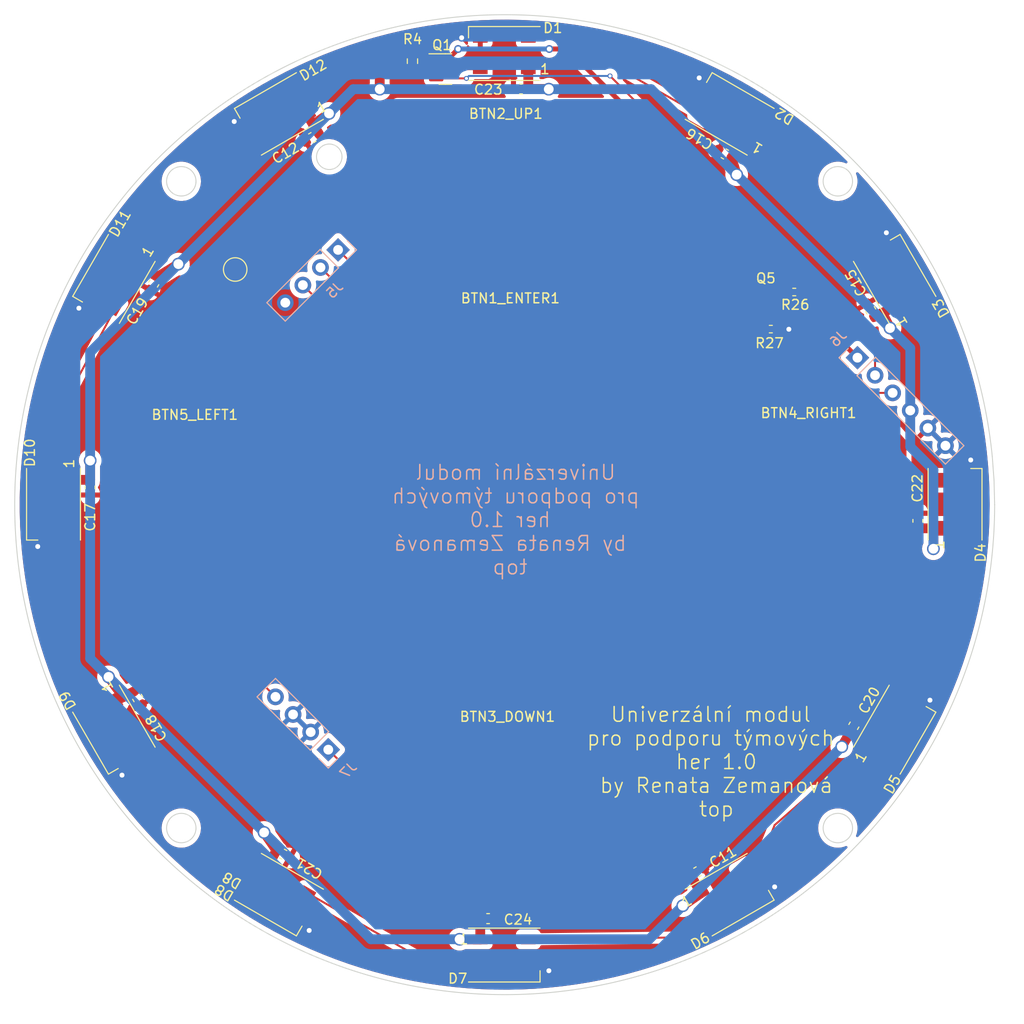
<source format=kicad_pcb>
(kicad_pcb (version 20211014) (generator pcbnew)
  (layers (0 "F.Cu" signal) (31 "B.Cu" signal) (34 "B.Paste" user) (35 "F.Paste" user) (36 "B.SilkS" user "B.Silkscreen") (37 "F.SilkS" user "F.Silkscreen") (38 "B.Mask" user) (39 "F.Mask" user) (44 "Edge.Cuts" user))
  (net 0 "")
  (net 1 "Board_0-3V3_T")
  (net 2 "Board_0-BTN_DOWN_T")
  (net 3 "Board_0-BTN_ENTER_T")
  (net 4 "Board_0-BTN_LEFT_T")
  (net 5 "Board_0-BTN_RIGHT_T")
  (net 6 "Board_0-BTN_UP_T")
  (net 7 "Board_0-DATA_LED_OUT")
  (net 8 "Board_0-DATA_LED_T")
  (net 9 "Board_0-GND_T")
  (net 10 "Board_0-GUARD_T")
  (net 11 "Board_0-Net-(D1-Pad2)")
  (net 12 "Board_0-Net-(D10-Pad2)")
  (net 13 "Board_0-Net-(D10-Pad4)")
  (net 14 "Board_0-Net-(D11-Pad2)")
  (net 15 "Board_0-Net-(D2-Pad2)")
  (net 16 "Board_0-Net-(D3-Pad2)")
  (net 17 "Board_0-Net-(D4-Pad2)")
  (net 18 "Board_0-Net-(D5-Pad2)")
  (net 19 "Board_0-Net-(D6-Pad2)")
  (net 20 "Board_0-Net-(D7-Pad2)")
  (net 21 "Board_0-Net-(D8-Pad2)")
  (net 22 "Board_0-Net-(Q5-Pad1)")
  (net 23 "Board_0-PHOTOTRANZISTOR_T")
  (net 24 "Board_0-PWR_LED_T")
  (net 25 "Board_0-unconnected-(D12-Pad2)")
  (footprint "LED_SMD:LED_WS2812B_PLCC4_5.0x5.0mm_P3.2mm" (layer "F.Cu") (at 194.452352 69.956176 90)
    (fp_text reference "D4" (at -4.95 2.6 90 unlocked) (layer "F.SilkS"))
    (fp_text value "WS2812B")
    (fp_text user "1" (at -4.149999 -1.600002 90 unlocked) (layer "F.SilkS"))
    (pad "1" smd rect (at -2.45 -1.6 90) (size 1.5 1) (layers "F.Cu" "F.Paste" "F.Mask") (net 24 "Board_0-PWR_LED_T"))
    (pad "2" smd rect (at -2.45 1.6 90) (size 1.5 1) (layers "F.Cu" "F.Paste" "F.Mask") (net 17 "Board_0-Net-(D4-Pad2)"))
    (pad "3" smd rect (at 2.45 1.6 90) (size 1.5 1) (layers "F.Cu" "F.Paste" "F.Mask") (net 9 "Board_0-GND_T"))
    (pad "4" smd rect (at 2.45 -1.6 90) (size 1.5 1) (layers "F.Cu" "F.Paste" "F.Mask") (net 16 "Board_0-Net-(D3-Pad2)"))
  )
  (footprint "Resistor_SMD:R_0402_1005Metric" (layer "F.Cu") (at 175.652352 52.081176)
    (fp_text reference "R27" (at -0.135 1.43 unlocked) (layer "F.SilkS"))
    (fp_text value "10k")
    (pad "1" smd roundrect (at -0.51 0) (size 0.54 0.64) (layers "F.Cu" "F.Paste" "F.Mask") (net 23 "Board_0-PHOTOTRANZISTOR_T"))
    (pad "2" smd roundrect (at 0.51 0) (size 0.54 0.64) (layers "F.Cu" "F.Paste" "F.Mask") (net 9 "Board_0-GND_T"))
  )
  (footprint "Resistor_SMD:R_0603_1608Metric" (layer "F.Cu") (at 139.082352 24.736176 -90)
    (fp_text reference "R4" (at -2.24 -0.01 unlocked) (layer "F.SilkS"))
    (fp_text value "10k")
    (pad "1" smd roundrect (at -0.825 0 270) (size 0.8 0.95) (layers "F.Cu" "F.Paste" "F.Mask") (net 24 "Board_0-PWR_LED_T"))
    (pad "2" smd roundrect (at 0.825 0 270) (size 0.8 0.95) (layers "F.Cu" "F.Paste" "F.Mask") (net 7 "Board_0-DATA_LED_OUT"))
  )
  (footprint "LED_SMD:LED_WS2812B_PLCC4_5.0x5.0mm_P3.2mm" (layer "F.Cu") (at 125.452351 30.119007 -150)
    (fp_text reference "D12" (at -5.258845 2.128585 30 unlocked) (layer "F.SilkS"))
    (fp_text value "WS2812B")
    (fp_text user "1" (at -4.149999 -1.600001 30 unlocked) (layer "F.SilkS"))
    (pad "1" smd rect (at -2.45 -1.6 210) (size 1.5 1) (layers "F.Cu" "F.Paste" "F.Mask") (net 24 "Board_0-PWR_LED_T"))
    (pad "2" smd rect (at -2.45 1.6 210) (size 1.5 1) (layers "F.Cu" "F.Paste" "F.Mask") (net 25 "Board_0-unconnected-(D12-Pad2)"))
    (pad "3" smd rect (at 2.45 1.6 210) (size 1.5 1) (layers "F.Cu" "F.Paste" "F.Mask") (net 9 "Board_0-GND_T"))
    (pad "4" smd rect (at 2.45 -1.6 210) (size 1.5 1) (layers "F.Cu" "F.Paste" "F.Mask") (net 14 "Board_0-Net-(D11-Pad2)"))
  )
  (footprint "Resistor_SMD:R_0402_1005Metric" (layer "F.Cu") (at 178.042352 48.296176 180)
    (fp_text reference "R26" (at -0.1 -1.3 unlocked) (layer "F.SilkS"))
    (fp_text value "22k")
    (pad "1" smd roundrect (at -0.51 0 180) (size 0.54 0.64) (layers "F.Cu" "F.Paste" "F.Mask") (net 1 "Board_0-3V3_T"))
    (pad "2" smd roundrect (at 0.51 0 180) (size 0.54 0.64) (layers "F.Cu" "F.Paste" "F.Mask") (net 22 "Board_0-Net-(Q5-Pad1)"))
  )
  (footprint "LED_SMD:LED_WS2812B_PLCC4_5.0x5.0mm_P3.2mm" (layer "F.Cu") (at 148.452352 115.956176)
    (fp_text reference "D7" (at -4.75 2.4 unlocked) (layer "F.SilkS"))
    (fp_text value "WS2812B")
    (fp_text user "1" (at -4.149999 -1.600002 unlocked) (layer "F.SilkS"))
    (pad "1" smd rect (at -2.45 -1.6) (size 1.5 1) (layers "F.Cu" "F.Paste" "F.Mask") (net 24 "Board_0-PWR_LED_T"))
    (pad "2" smd rect (at -2.45 1.6) (size 1.5 1) (layers "F.Cu" "F.Paste" "F.Mask") (net 20 "Board_0-Net-(D7-Pad2)"))
    (pad "3" smd rect (at 2.45 1.6) (size 1.5 1) (layers "F.Cu" "F.Paste" "F.Mask") (net 9 "Board_0-GND_T"))
    (pad "4" smd rect (at 2.45 -1.6) (size 1.5 1) (layers "F.Cu" "F.Paste" "F.Mask") (net 19 "Board_0-Net-(D6-Pad2)"))
  )
  (footprint "Capacitor_SMD:C_0603_1608Metric" (layer "F.Cu") (at 146.802352 112.236176)
    (fp_text reference "C24" (at 3.05 0.1 unlocked) (layer "F.SilkS"))
    (fp_text value "100n")
    (pad "1" smd roundrect (at -0.775 0) (size 0.9 0.95) (layers "F.Cu" "F.Paste" "F.Mask") (net 24 "Board_0-PWR_LED_T"))
    (pad "2" smd roundrect (at 0.775 0) (size 0.9 0.95) (layers "F.Cu" "F.Paste" "F.Mask") (net 9 "Board_0-GND_T"))
  )
  (footprint "Library:Cap_btn_1,6x1,6" (layer "F.Cu") (at 116.652352 70.196176)
    (fp_text reference "BTN5_LEFT1" (at 0.22 -9.37 unlocked) (layer "F.SilkS"))
    (fp_text value "Cap_btn")
    (pad "1" smd roundrect (at 0.84 -0.2) (size 16 16) (layers "F.Cu" "F.Paste" "F.Mask") (roundrect_rratio 0.3) (net 4 "Board_0-BTN_LEFT_T"))
  )
  (footprint "Library:Cap_btn_1,6x1,6" (layer "F.Cu") (at 147.632352 39.786176)
    (fp_text reference "BTN2_UP1" (at 0.98 -9.68 unlocked) (layer "F.SilkS"))
    (fp_text value "Cap_btn")
    (pad "1" smd roundrect (at 0.86 -0.79) (size 16 16) (layers "F.Cu" "F.Paste" "F.Mask") (roundrect_rratio 0.3) (net 6 "Board_0-BTN_UP_T"))
  )
  (footprint "LED_SMD:LED_WS2812B_PLCC4_5.0x5.0mm_P3.2mm" (layer "F.Cu") (at 125.452352 109.793344 -30)
    (fp_text reference "D8" (at -4.95 2.6 150 unlocked) (layer "F.SilkS"))
    (fp_text value "WS2812B")
    (fp_text user "${REFERENCE}" (at -4.890506 1.129395 150 unlocked) (layer "F.SilkS"))
    (pad "1" smd rect (at -2.45 -1.6 330) (size 1.5 1) (layers "F.Cu" "F.Paste" "F.Mask") (net 24 "Board_0-PWR_LED_T"))
    (pad "2" smd rect (at -2.45 1.6 330) (size 1.5 1) (layers "F.Cu" "F.Paste" "F.Mask") (net 21 "Board_0-Net-(D8-Pad2)"))
    (pad "3" smd rect (at 2.45 1.6 330) (size 1.5 1) (layers "F.Cu" "F.Paste" "F.Mask") (net 9 "Board_0-GND_T"))
    (pad "4" smd rect (at 2.45 -1.6 330) (size 1.5 1) (layers "F.Cu" "F.Paste" "F.Mask") (net 20 "Board_0-Net-(D7-Pad2)"))
  )
  (footprint "Capacitor_SMD:C_0603_1608Metric" (layer "F.Cu") (at 184.124852 92.557346 60)
    (fp_text reference "C20" (at 3.032769 0.07057 60 unlocked) (layer "F.SilkS"))
    (fp_text value "100n")
    (pad "1" smd roundrect (at -0.775 0 60) (size 0.9 0.95) (layers "F.Cu" "F.Paste" "F.Mask") (net 24 "Board_0-PWR_LED_T"))
    (pad "2" smd roundrect (at 0.775 0 60) (size 0.9 0.95) (layers "F.Cu" "F.Paste" "F.Mask") (net 9 "Board_0-GND_T"))
  )
  (footprint "Library:Cap_btn_1,6x1,6" (layer "F.Cu") (at 147.012352 101.196176)
    (fp_text reference "BTN3_DOWN1" (at 1.76 -9.56 unlocked) (layer "F.SilkS"))
    (fp_text value "Cap_btn")
    (pad "1" smd roundrect (at 1.48 -0.2) (size 16 16) (layers "F.Cu" "F.Paste" "F.Mask") (roundrect_rratio 0.3) (net 2 "Board_0-BTN_DOWN_T"))
  )
  (footprint "Capacitor_SMD:C_0603_1608Metric" (layer "F.Cu") (at 111.042352 89.726176 -60)
    (fp_text reference "C18" (at 3.595038 -0.106788 120 unlocked) (layer "F.SilkS"))
    (fp_text value "100n")
    (pad "1" smd roundrect (at -0.775 0 300) (size 0.9 0.95) (layers "F.Cu" "F.Paste" "F.Mask") (net 24 "Board_0-PWR_LED_T"))
    (pad "2" smd roundrect (at 0.775 0 300) (size 0.9 0.95) (layers "F.Cu" "F.Paste" "F.Mask") (net 9 "Board_0-GND_T"))
  )
  (footprint "Capacitor_SMD:C_0603_1608Metric" (layer "F.Cu") (at 125.882352 105.666176 -30)
    (fp_text reference "C21" (at 3.019967 -0.069263 150 unlocked) (layer "F.SilkS"))
    (fp_text value "100n")
    (pad "1" smd roundrect (at -0.775 0 330) (size 0.9 0.95) (layers "F.Cu" "F.Paste" "F.Mask") (net 24 "Board_0-PWR_LED_T"))
    (pad "2" smd roundrect (at 0.775 0 330) (size 0.9 0.95) (layers "F.Cu" "F.Paste" "F.Mask") (net 9 "Board_0-GND_T"))
  )
  (footprint "Capacitor_SMD:C_0603_1608Metric" (layer "F.Cu") (at 112.682352 47.416176 -120)
    (fp_text reference "C19" (at 3.305672 0.025593 60 unlocked) (layer "F.SilkS"))
    (fp_text value "100n")
    (pad "1" smd roundrect (at -0.775 0 240) (size 0.9 0.95) (layers "F.Cu" "F.Paste" "F.Mask") (net 24 "Board_0-PWR_LED_T"))
    (pad "2" smd roundrect (at 0.775 0 240) (size 0.9 0.95) (layers "F.Cu" "F.Paste" "F.Mask") (net 9 "Board_0-GND_T"))
  )
  (footprint "Capacitor_SMD:C_0603_1608Metric" (layer "F.Cu") (at 185.842352 50.156176 120)
    (fp_text reference "C15" (at 3.174871 0.100962 120 unlocked) (layer "F.SilkS"))
    (fp_text value "100n")
    (pad "1" smd roundrect (at -0.775 0 120) (size 0.9 0.95) (layers "F.Cu" "F.Paste" "F.Mask") (net 24 "Board_0-PWR_LED_T"))
    (pad "2" smd roundrect (at 0.775 0 120) (size 0.9 0.95) (layers "F.Cu" "F.Paste" "F.Mask") (net 9 "Board_0-GND_T"))
  )
  (footprint "TestPoint:TestPoint_Pad_D2.0mm" (layer "F.Cu") (at 120.992352 45.996176)
    (fp_text reference "TP1" hide)
    (fp_text value "TestPoint")
    (pad "1" smd circle (at 0 0) (size 2 2) (layers "F.Cu" "F.Mask") (net 10 "Board_0-GUARD_T"))
  )
  (footprint "Capacitor_SMD:C_0603_1608Metric" (layer "F.Cu") (at 150.162352 27.576176 180)
    (fp_text reference "C23" (at 3.34 -0.06 unlocked) (layer "F.SilkS"))
    (fp_text value "100n")
    (pad "1" smd roundrect (at -0.775 0 180) (size 0.9 0.95) (layers "F.Cu" "F.Paste" "F.Mask") (net 24 "Board_0-PWR_LED_T"))
    (pad "2" smd roundrect (at 0.775 0 180) (size 0.9 0.95) (layers "F.Cu" "F.Paste" "F.Mask") (net 9 "Board_0-GND_T"))
  )
  (footprint "LED_SMD:LED_WS2812B_PLCC4_5.0x5.0mm_P3.2mm" (layer "F.Cu") (at 171.452352 109.793344 30)
    (fp_text reference "D6" (at -4.95 2.6 30 unlocked) (layer "F.SilkS"))
    (fp_text value "WS2812B")
    (fp_text user "1" (at -4.149999 -1.600002 30 unlocked) (layer "F.SilkS"))
    (pad "1" smd rect (at -2.45 -1.6 30) (size 1.5 1) (layers "F.Cu" "F.Paste" "F.Mask") (net 24 "Board_0-PWR_LED_T"))
    (pad "2" smd rect (at -2.45 1.6 30) (size 1.5 1) (layers "F.Cu" "F.Paste" "F.Mask") (net 19 "Board_0-Net-(D6-Pad2)"))
    (pad "3" smd rect (at 2.45 1.6 30) (size 1.5 1) (layers "F.Cu" "F.Paste" "F.Mask") (net 9 "Board_0-GND_T"))
    (pad "4" smd rect (at 2.45 -1.6 30) (size 1.5 1) (layers "F.Cu" "F.Paste" "F.Mask") (net 18 "Board_0-Net-(D5-Pad2)"))
  )
  (footprint "Capacitor_SMD:C_0603_1608Metric" (layer "F.Cu") (at 168.162352 107.466176 30)
    (fp_text reference "C11" (at 3.001666 0.000962 30 unlocked) (layer "F.SilkS"))
    (fp_text value "100n")
    (pad "1" smd roundrect (at -0.775 0 30) (size 0.9 0.95) (layers "F.Cu" "F.Paste" "F.Mask") (net 24 "Board_0-PWR_LED_T"))
    (pad "2" smd roundrect (at 0.775 0 30) (size 0.9 0.95) (layers "F.Cu" "F.Paste" "F.Mask") (net 9 "Board_0-GND_T"))
  )
  (footprint "LED_SMD:LED_WS2812B_PLCC4_5.0x5.0mm_P3.2mm" (layer "F.Cu") (at 188.28952 92.956175 60)
    (fp_text reference "D5" (at -4.949999 2.6 60 unlocked) (layer "F.SilkS"))
    (fp_text value "WS2812B")
    (fp_text user "1" (at -4.149999 -1.600002 60 unlocked) (layer "F.SilkS"))
    (pad "1" smd rect (at -2.45 -1.6 60) (size 1.5 1) (layers "F.Cu" "F.Paste" "F.Mask") (net 24 "Board_0-PWR_LED_T"))
    (pad "2" smd rect (at -2.45 1.6 60) (size 1.5 1) (layers "F.Cu" "F.Paste" "F.Mask") (net 18 "Board_0-Net-(D5-Pad2)"))
    (pad "3" smd rect (at 2.45 1.6 60) (size 1.5 1) (layers "F.Cu" "F.Paste" "F.Mask") (net 9 "Board_0-GND_T"))
    (pad "4" smd rect (at 2.45 -1.6 60) (size 1.5 1) (layers "F.Cu" "F.Paste" "F.Mask") (net 17 "Board_0-Net-(D4-Pad2)"))
  )
  (footprint "Capacitor_SMD:C_0603_1608Metric" (layer "F.Cu") (at 106.192352 68.236176 -90)
    (fp_text reference "C17" (at 3.048 0 90 unlocked) (layer "F.SilkS"))
    (fp_text value "100n")
    (pad "1" smd roundrect (at -0.775 0 270) (size 0.9 0.95) (layers "F.Cu" "F.Paste" "F.Mask") (net 24 "Board_0-PWR_LED_T"))
    (pad "2" smd roundrect (at 0.775 0 270) (size 0.9 0.95) (layers "F.Cu" "F.Paste" "F.Mask") (net 9 "Board_0-GND_T"))
  )
  (footprint "Capacitor_SMD:C_0603_1608Metric" (layer "F.Cu") (at 170.962352 34.206176 150)
    (fp_text reference "C16" (at 3.026666 0.042339 150 unlocked) (layer "F.SilkS"))
    (fp_text value "100n")
    (pad "1" smd roundrect (at -0.775 0 150) (size 0.9 0.95) (layers "F.Cu" "F.Paste" "F.Mask") (net 24 "Board_0-PWR_LED_T"))
    (pad "2" smd roundrect (at 0.775 0 150) (size 0.9 0.95) (layers "F.Cu" "F.Paste" "F.Mask") (net 9 "Board_0-GND_T"))
  )
  (footprint "Library:Cap_btn_1,6x1,6" (layer "F.Cu") (at 178.022352 71.116176)
    (fp_text reference "BTN4_RIGHT1" (at 1.48 -10.47 unlocked) (layer "F.SilkS"))
    (fp_text value "Cap_btn")
    (pad "1" smd roundrect (at 1.47 -1.12) (size 16 16) (layers "F.Cu" "F.Paste" "F.Mask") (roundrect_rratio 0.3) (net 5 "Board_0-BTN_RIGHT_T"))
  )
  (footprint "Capacitor_SMD:C_0603_1608Metric" (layer "F.Cu") (at 190.662352 71.646176 90)
    (fp_text reference "C22" (at 3.325 -0.05 90 unlocked) (layer "F.SilkS"))
    (fp_text value "100n")
    (pad "1" smd roundrect (at -0.775 0 90) (size 0.9 0.95) (layers "F.Cu" "F.Paste" "F.Mask") (net 24 "Board_0-PWR_LED_T"))
    (pad "2" smd roundrect (at 0.775 0 90) (size 0.9 0.95) (layers "F.Cu" "F.Paste" "F.Mask") (net 9 "Board_0-GND_T"))
  )
  (footprint "Package_TO_SOT_SMD:SOT-23" (layer "F.Cu") (at 142.442352 25.546176)
    (fp_text reference "Q1" (at -0.35 -2.45 unlocked) (layer "F.SilkS"))
    (fp_text value "Q_NMOS_GSD")
    (pad "1" smd roundrect (at -0.9375 -0.95) (size 1.475 0.6) (layers "F.Cu" "F.Paste" "F.Mask") (net 1 "Board_0-3V3_T"))
    (pad "2" smd roundrect (at -0.9375 0.95) (size 1.475 0.6) (layers "F.Cu" "F.Paste" "F.Mask") (net 8 "Board_0-DATA_LED_T"))
    (pad "3" smd roundrect (at 0.9375 0) (size 1.475 0.6) (layers "F.Cu" "F.Paste" "F.Mask") (net 7 "Board_0-DATA_LED_OUT"))
  )
  (footprint "LED_SMD:LED_WS2812B_PLCC4_5.0x5.0mm_P3.2mm" (layer "F.Cu") (at 171.452352 30.119007 150)
    (fp_text reference "D2" (at -4.949999 2.6 150 unlocked) (layer "F.SilkS"))
    (fp_text value "WS2812B")
    (fp_text user "1" (at -4.149998 -1.600002 150 unlocked) (layer "F.SilkS"))
    (pad "1" smd rect (at -2.45 -1.6 150) (size 1.5 1) (layers "F.Cu" "F.Paste" "F.Mask") (net 24 "Board_0-PWR_LED_T"))
    (pad "2" smd rect (at -2.45 1.6 150) (size 1.5 1) (layers "F.Cu" "F.Paste" "F.Mask") (net 15 "Board_0-Net-(D2-Pad2)"))
    (pad "3" smd rect (at 2.45 1.6 150) (size 1.5 1) (layers "F.Cu" "F.Paste" "F.Mask") (net 9 "Board_0-GND_T"))
    (pad "4" smd rect (at 2.45 -1.6 150) (size 1.5 1) (layers "F.Cu" "F.Paste" "F.Mask") (net 11 "Board_0-Net-(D1-Pad2)"))
  )
  (footprint "Library:Cap_btn_4x4" (layer "F.Cu") (at 148.372352 69.086176)
    (fp_text reference "BTN1_ENTER1" (at 0.7 -20.15 unlocked) (layer "F.SilkS"))
    (fp_text value "Cap_btn")
    (pad "1" smd roundrect (at 0.12 0.91) (size 40 40) (layers "F.Cu" "F.Paste" "F.Mask") (roundrect_rratio 0.3) (net 3 "Board_0-BTN_ENTER_T"))
  )
  (footprint "LED_SMD:LED_WS2812B_PLCC4_5.0x5.0mm_P3.2mm" (layer "F.Cu") (at 102.452352 69.956176 -90)
    (fp_text reference "D10" (at -5.26 2.41 90 unlocked) (layer "F.SilkS"))
    (fp_text value "WS2812B")
    (fp_text user "1" (at -4.149999 -1.600002 90 unlocked) (layer "F.SilkS"))
    (pad "1" smd rect (at -2.45 -1.6 270) (size 1.5 1) (layers "F.Cu" "F.Paste" "F.Mask") (net 24 "Board_0-PWR_LED_T"))
    (pad "2" smd rect (at -2.45 1.6 270) (size 1.5 1) (layers "F.Cu" "F.Paste" "F.Mask") (net 12 "Board_0-Net-(D10-Pad2)"))
    (pad "3" smd rect (at 2.45 1.6 270) (size 1.5 1) (layers "F.Cu" "F.Paste" "F.Mask") (net 9 "Board_0-GND_T"))
    (pad "4" smd rect (at 2.45 -1.6 270) (size 1.5 1) (layers "F.Cu" "F.Paste" "F.Mask") (net 13 "Board_0-Net-(D10-Pad4)"))
  )
  (footprint "LED_SMD:LED_WS2812B_PLCC4_5.0x5.0mm_P3.2mm" (layer "F.Cu") (at 188.28952 46.956176 120)
    (fp_text reference "D3" (at -4.949999 2.6 120 unlocked) (layer "F.SilkS"))
    (fp_text value "WS2812B")
    (fp_text user "1" (at -4.149998 -1.600002 120 unlocked) (layer "F.SilkS"))
    (pad "1" smd rect (at -2.45 -1.6 120) (size 1.5 1) (layers "F.Cu" "F.Paste" "F.Mask") (net 24 "Board_0-PWR_LED_T"))
    (pad "2" smd rect (at -2.45 1.6 120) (size 1.5 1) (layers "F.Cu" "F.Paste" "F.Mask") (net 16 "Board_0-Net-(D3-Pad2)"))
    (pad "3" smd rect (at 2.45 1.6 120) (size 1.5 1) (layers "F.Cu" "F.Paste" "F.Mask") (net 9 "Board_0-GND_T"))
    (pad "4" smd rect (at 2.45 -1.6 120) (size 1.5 1) (layers "F.Cu" "F.Paste" "F.Mask") (net 15 "Board_0-Net-(D2-Pad2)"))
  )
  (footprint "Capacitor_SMD:C_0603_1608Metric" (layer "F.Cu") (at 128.862352 32.536176 -150)
    (fp_text reference "C12" (at 3.159249 -0.01198 30 unlocked) (layer "F.SilkS"))
    (fp_text value "100n")
    (pad "1" smd roundrect (at -0.775 0 210) (size 0.9 0.95) (layers "F.Cu" "F.Paste" "F.Mask") (net 24 "Board_0-PWR_LED_T"))
    (pad "2" smd roundrect (at 0.775 0 210) (size 0.9 0.95) (layers "F.Cu" "F.Paste" "F.Mask") (net 9 "Board_0-GND_T"))
  )
  (footprint "Library:SMD,3.5x2.8x1.9mm" (layer "F.Cu") (at 175.122352 49.786176 -90)
    (fp_text reference "Q5" (at -2.89 -0.02 unlocked) (layer "F.SilkS"))
    (fp_text value "Q_Photo_NPN")
    (pad "1" smd rect (at -1.5 0 270) (size 1 2.1) (layers "F.Cu" "F.Paste" "F.Mask") (net 22 "Board_0-Net-(Q5-Pad1)"))
    (pad "2" smd rect (at 1 0 270) (size 1 2.1) (layers "F.Cu" "F.Paste" "F.Mask") (net 23 "Board_0-PHOTOTRANZISTOR_T"))
  )
  (footprint "LED_SMD:LED_WS2812B_PLCC4_5.0x5.0mm_P3.2mm" (layer "F.Cu") (at 148.452352 23.956176 180)
    (fp_text reference "D1" (at -4.95 2.6 unlocked) (layer "F.SilkS"))
    (fp_text value "WS2812B")
    (fp_text user "1" (at -4.149999 -1.600002 unlocked) (layer "F.SilkS"))
    (pad "1" smd rect (at -2.45 -1.6 180) (size 1.5 1) (layers "F.Cu" "F.Paste" "F.Mask") (net 24 "Board_0-PWR_LED_T"))
    (pad "2" smd rect (at -2.45 1.6 180) (size 1.5 1) (layers "F.Cu" "F.Paste" "F.Mask") (net 11 "Board_0-Net-(D1-Pad2)"))
    (pad "3" smd rect (at 2.45 1.6 180) (size 1.5 1) (layers "F.Cu" "F.Paste" "F.Mask") (net 9 "Board_0-GND_T"))
    (pad "4" smd rect (at 2.45 -1.6 180) (size 1.5 1) (layers "F.Cu" "F.Paste" "F.Mask") (net 7 "Board_0-DATA_LED_OUT"))
  )
  (footprint "LED_SMD:LED_WS2812B_PLCC4_5.0x5.0mm_P3.2mm" (layer "F.Cu") (at 108.615183 92.956176 -60)
    (fp_text reference "D9" (at -4.950001 2.600001 120 unlocked) (layer "F.SilkS"))
    (fp_text value "WS2812B")
    (fp_text user "1" (at -4.15 -1.600001 120 unlocked) (layer "F.SilkS"))
    (pad "1" smd rect (at -2.45 -1.6 300) (size 1.5 1) (layers "F.Cu" "F.Paste" "F.Mask") (net 24 "Board_0-PWR_LED_T"))
    (pad "2" smd rect (at -2.45 1.6 300) (size 1.5 1) (layers "F.Cu" "F.Paste" "F.Mask") (net 13 "Board_0-Net-(D10-Pad4)"))
    (pad "3" smd rect (at 2.45 1.6 300) (size 1.5 1) (layers "F.Cu" "F.Paste" "F.Mask") (net 9 "Board_0-GND_T"))
    (pad "4" smd rect (at 2.45 -1.6 300) (size 1.5 1) (layers "F.Cu" "F.Paste" "F.Mask") (net 21 "Board_0-Net-(D8-Pad2)"))
  )
  (footprint "LED_SMD:LED_WS2812B_PLCC4_5.0x5.0mm_P3.2mm" (layer "F.Cu") (at 108.615183 46.956176 -120)
    (fp_text reference "D11" (at -5.215288 2.286856 60 unlocked) (layer "F.SilkS"))
    (fp_text value "WS2812B")
    (fp_text user "1" (at -4.149999 -1.600001 60 unlocked) (layer "F.SilkS"))
    (pad "1" smd rect (at -2.45 -1.6 240) (size 1.5 1) (layers "F.Cu" "F.Paste" "F.Mask") (net 24 "Board_0-PWR_LED_T"))
    (pad "2" smd rect (at -2.45 1.6 240) (size 1.5 1) (layers "F.Cu" "F.Paste" "F.Mask") (net 14 "Board_0-Net-(D11-Pad2)"))
    (pad "3" smd rect (at 2.45 1.6 240) (size 1.5 1) (layers "F.Cu" "F.Paste" "F.Mask") (net 9 "Board_0-GND_T"))
    (pad "4" smd rect (at 2.45 -1.6 240) (size 1.5 1) (layers "F.Cu" "F.Paste" "F.Mask") (net 12 "Board_0-Net-(D10-Pad2)"))
  )
  (footprint "Connector_PinHeader_2.54mm:PinHeader_1x04_P2.54mm_Vertical" (layer "B.Cu") (at 130.492352 94.996176 45)
    (fp_text reference "J7" (at -0.035355 2.934493 45 unlocked) (layer "B.SilkS") (effects (justify mirror)))
    (fp_text value "Conn_01x04_Female")
    (pad "1" thru_hole rect (at 0 0 45) (size 1.7 1.7) (drill 1) (layers *.Cu *.Mask) (net 2 "Board_0-BTN_DOWN_T"))
    (pad "2" thru_hole oval (at 0 -2.54 45) (size 1.7 1.7) (drill 1) (layers *.Cu *.Mask) (net 9 "Board_0-GND_T"))
    (pad "3" thru_hole oval (at 0 -5.08 45) (size 1.7 1.7) (drill 1) (layers *.Cu *.Mask) (net 9 "Board_0-GND_T"))
    (pad "4" thru_hole oval (at 0 -7.62 45) (size 1.7 1.7) (drill 1) (layers *.Cu *.Mask) (net 4 "Board_0-BTN_LEFT_T"))
  )
  (footprint "Connector_PinSocket_2.54mm:PinSocket_1x06_P2.54mm_Vertical" (layer "B.Cu") (at 184.492352 54.996176 -135)
    (fp_text reference "J6" (at 0 2.77 45 unlocked) (layer "B.SilkS") (effects (justify mirror)))
    (fp_text value "Conn_01x06_Female")
    (pad "1" thru_hole rect (at 0 0 225) (size 1.7 1.7) (drill 1) (layers *.Cu *.Mask) (net 1 "Board_0-3V3_T"))
    (pad "2" thru_hole oval (at 0 -2.54 225) (size 1.7 1.7) (drill 1) (layers *.Cu *.Mask) (net 8 "Board_0-DATA_LED_T"))
    (pad "3" thru_hole oval (at 0 -5.08 225) (size 1.7 1.7) (drill 1) (layers *.Cu *.Mask) (net 23 "Board_0-PHOTOTRANZISTOR_T"))
    (pad "4" thru_hole oval (at 0 -7.62 225) (size 1.7 1.7) (drill 1) (layers *.Cu *.Mask) (net 24 "Board_0-PWR_LED_T"))
    (pad "5" thru_hole oval (at 0 -10.16 225) (size 1.7 1.7) (drill 1) (layers *.Cu *.Mask) (net 9 "Board_0-GND_T"))
    (pad "6" thru_hole oval (at 0 -12.7 225) (size 1.7 1.7) (drill 1) (layers *.Cu *.Mask) (net 9 "Board_0-GND_T"))
  )
  (footprint "Connector_PinHeader_2.54mm:PinHeader_1x04_P2.54mm_Vertical" (layer "B.Cu") (at 131.492352 43.996176 135)
    (fp_text reference "J5" (at -2.65165 -3.146625 45 unlocked) (layer "B.SilkS") (effects (justify mirror)))
    (fp_text value "Conn_01x04_Female")
    (pad "1" thru_hole rect (at 0 0 135) (size 1.7 1.7) (drill 1) (layers *.Cu *.Mask) (net 6 "Board_0-BTN_UP_T"))
    (pad "2" thru_hole oval (at 0 -2.54 135) (size 1.7 1.7) (drill 1) (layers *.Cu *.Mask) (net 5 "Board_0-BTN_RIGHT_T"))
    (pad "3" thru_hole oval (at 0 -5.08 135) (size 1.7 1.7) (drill 1) (layers *.Cu *.Mask) (net 3 "Board_0-BTN_ENTER_T"))
    (pad "4" thru_hole oval (at 0 -7.62 135) (size 1.7 1.7) (drill 1) (layers *.Cu *.Mask) (net 10 "Board_0-GUARD_T"))
  )
  (gr_line (start 183.985014 37.144355) (end 183.990516 37.070356) (layer "Edge.Cuts") (width 0.1))
  (gr_line (start 116.985014 103.144355) (end 116.990516 103.070356) (layer "Edge.Cuts") (width 0.1))
  (gr_line (start 183.985014 103.144355) (end 183.990516 103.070356) (layer "Edge.Cuts") (width 0.1))
  (gr_line (start 116.990516 37.070356) (end 116.992352 36.996176) (layer "Edge.Cuts") (width 0.1))
  (gr_arc (start 198.492352 69.996175) (mid 98.62997 73.703313) (end 198.247784 65.056855) (layer "Edge.Cuts") (width 0.1))
  (gr_line (start 198.247784 65.056855) (end 198.431172 67.52349) (layer "Edge.Cuts") (width 0.1))
  (gr_arc (start 183.985014 37.144355) (mid 180.994285 36.922044) (end 183.992352 36.996176) (layer "Edge.Cuts") (width 0.1))
  (gr_line (start 183.992352 102.996176) (end 183.992352 102.996176) (layer "Edge.Cuts") (width 0.1))
  (gr_line (start 198.492352 69.996175) (end 198.492352 69.996175) (layer "Edge.Cuts") (width 0.1))
  (gr_line (start 131.890761 34.560465) (end 131.892352 34.496176) (layer "Edge.Cuts") (width 0.1))
  (gr_line (start 131.885993 34.624598) (end 131.890761 34.560465) (layer "Edge.Cuts") (width 0.1))
  (gr_line (start 116.992352 36.996176) (end 116.992352 36.996176) (layer "Edge.Cuts") (width 0.1))
  (gr_line (start 183.990516 103.070356) (end 183.992352 102.996176) (layer "Edge.Cuts") (width 0.1))
  (gr_line (start 198.431172 67.52349) (end 198.492352 69.996175) (layer "Edge.Cuts") (width 0.1))
  (gr_arc (start 116.985014 103.144355) (mid 113.994285 102.922044) (end 116.992352 102.996176) (layer "Edge.Cuts") (width 0.1))
  (gr_line (start 131.892352 34.496176) (end 131.892352 34.496176) (layer "Edge.Cuts") (width 0.1))
  (gr_arc (start 131.885993 34.624598) (mid 129.29404 34.431934) (end 131.892352 34.496176) (layer "Edge.Cuts") (width 0.1))
  (gr_line (start 183.990516 37.070356) (end 183.992352 36.996176) (layer "Edge.Cuts") (width 0.1))
  (gr_line (start 183.992352 36.996176) (end 183.992352 36.996176) (layer "Edge.Cuts") (width 0.1))
  (gr_line (start 116.992352 102.996176) (end 116.992352 102.996176) (layer "Edge.Cuts") (width 0.1))
  (gr_arc (start 116.985014 37.144355) (mid 113.994285 36.922044) (end 116.992352 36.996176) (layer "Edge.Cuts") (width 0.1))
  (gr_arc (start 183.985014 103.144355) (mid 180.994285 102.922044) (end 183.992352 102.996176) (layer "Edge.Cuts") (width 0.1))
  (gr_line (start 116.985014 37.144355) (end 116.990516 37.070356) (layer "Edge.Cuts") (width 0.1))
  (gr_line (start 116.990516 103.070356) (end 116.992352 102.996176) (layer "Edge.Cuts") (width 0.1))
  (gr_text "Univerzální modul \npro podporu týmových \nher 1.0\nby Renata Zemanová\ntop\n\n" (at 149.042352 72.746176) (layer "B.SilkS") (effects (font (size 1.5 1.5)) (justify mirror)))
  (gr_text "Univerzální modul \npro podporu týmových \nher 1.0\nby Renata Zemanová\ntop\n\n" (at 170.092352 97.446176) (layer "F.SilkS") (effects (font (size 1.5 1.5))))
  (segment (start 178.552352 49.056176) (end 178.552352 48.296176) (width 0.5) (layer "F.Cu") (net 1))
  (segment (start 154.892352 23.496176) (end 153.042352 23.496176) (width 0.5) (layer "F.Cu") (net 1))
  (segment (start 178.552352 48.296176) (end 178.552352 47.156176) (width 0.5) (layer "F.Cu") (net 1))
  (segment (start 159.942352 28.546176) (end 158.767352 27.371176) (width 0.5) (layer "F.Cu") (net 1))
  (segment (start 158.767352 27.371176) (end 156.892352 25.496176) (width 0.5) (layer "F.Cu") (net 1))
  (segment (start 142.642352 24.596176) (end 141.504852 24.596176) (width 0.5) (layer "F.Cu") (net 1))
  (segment (start 176.492352 45.096176) (end 159.942352 28.546176) (width 0.5) (layer "F.Cu") (net 1))
  (segment (start 143.742352 23.496176) (end 142.642352 24.596176) (width 0.5) (layer "F.Cu") (net 1))
  (segment (start 156.892352 25.496176) (end 154.892352 23.496176) (width 0.5) (layer "F.Cu") (net 1))
  (segment (start 178.552352 47.156176) (end 176.492352 45.096176) (width 0.5) (layer "F.Cu") (net 1))
  (segment (start 184.492352 54.996176) (end 178.552352 49.056176) (width 0.5) (layer "F.Cu") (net 1))
  (via (at 153.042352 23.496176) (size 0.8) (drill 0.5) (layers "F.Cu" "B.Cu") (net 1))
  (via (at 143.742352 23.496176) (size 0.8) (drill 0.5) (layers "F.Cu" "B.Cu") (net 1))
  (segment (start 153.042352 23.496176) (end 143.742352 23.496176) (width 0.5) (layer "B.Cu") (net 1))
  (segment (start 130.492352 94.996176) (end 136.492352 100.996176) (width 0.2) (layer "F.Cu") (net 2))
  (segment (start 136.492352 100.996176) (end 138.992352 100.996176) (width 0.2) (layer "F.Cu") (net 2))
  (segment (start 148.492352 100.996176) (end 138.992352 100.996176) (width 0.2) (layer "F.Cu") (net 2))
  (segment (start 129.058148 48.746176) (end 127.90025 47.588278) (width 0.2) (layer "F.Cu") (net 3))
  (segment (start 148.492352 69.996176) (end 148.492352 49.296176) (width 0.2) (layer "F.Cu") (net 3))
  (segment (start 148.492352 49.296176) (end 147.942352 48.746176) (width 0.2) (layer "F.Cu") (net 3))
  (segment (start 147.942352 48.746176) (end 129.058148 48.746176) (width 0.2) (layer "F.Cu") (net 3))
  (segment (start 125.104198 89.608022) (end 117.492352 81.996176) (width 0.2) (layer "F.Cu") (net 4))
  (segment (start 117.492352 69.996176) (end 117.492352 79.396176) (width 0.2) (layer "F.Cu") (net 4))
  (segment (start 117.492352 81.996176) (end 117.492352 79.396176) (width 0.2) (layer "F.Cu") (net 4))
  (segment (start 131.90025 47.996176) (end 129.696301 45.792227) (width 0.2) (layer "F.Cu") (net 5))
  (segment (start 162.952352 47.996176) (end 131.90025 47.996176) (width 0.2) (layer "F.Cu") (net 5))
  (segment (start 179.492352 69.996176) (end 170.652352 69.996176) (width 0.2) (layer "F.Cu") (net 5))
  (segment (start 169.942352 69.286176) (end 169.942352 54.986176) (width 0.2) (layer "F.Cu") (net 5))
  (segment (start 169.942352 54.986176) (end 162.952352 47.996176) (width 0.2) (layer "F.Cu") (net 5))
  (segment (start 170.652352 69.996176) (end 169.942352 69.286176) (width 0.2) (layer "F.Cu") (net 5))
  (segment (start 139.592352 46.196176) (end 138.492352 47.296176) (width 0.2) (layer "F.Cu") (net 6))
  (segment (start 140.242352 38.996176) (end 139.592352 39.646176) (width 0.2) (layer "F.Cu") (net 6))
  (segment (start 139.592352 39.646176) (end 139.592352 46.196176) (width 0.2) (layer "F.Cu") (net 6))
  (segment (start 148.492352 38.996176) (end 140.242352 38.996176) (width 0.2) (layer "F.Cu") (net 6))
  (segment (start 138.492352 47.296176) (end 134.792352 47.296176) (width 0.2) (layer "F.Cu") (net 6))
  (segment (start 134.792352 47.296176) (end 131.492352 43.996176) (width 0.2) (layer "F.Cu") (net 6))
  (segment (start 143.389852 25.556176) (end 143.379852 25.546176) (width 0.2) (layer "F.Cu") (net 7))
  (segment (start 146.002352 25.556176) (end 143.389852 25.556176) (width 0.2) (layer "F.Cu") (net 7))
  (segment (start 139.082352 25.561176) (end 143.364852 25.561176) (width 0.5) (layer "F.Cu") (net 7))
  (segment (start 143.364852 25.561176) (end 143.379852 25.546176) (width 0.5) (layer "F.Cu") (net 7))
  (segment (start 144.592352 26.496176) (end 141.504852 26.496176) (width 0.2) (layer "F.Cu") (net 8))
  (segment (start 159.242352 26.246176) (end 186.288403 53.292227) (width 0.2) (layer "F.Cu") (net 8))
  (segment (start 186.288403 53.292227) (end 186.288403 56.792227) (width 0.2) (layer "F.Cu") (net 8))
  (via (at 159.242352 26.246176) (size 0.5) (drill 0.3) (layers "F.Cu" "B.Cu") (net 8))
  (via (at 144.592352 26.496176) (size 0.5) (drill 0.3) (layers "F.Cu" "B.Cu") (net 8))
  (segment (start 144.842352 26.246176) (end 144.592352 26.496176) (width 0.2) (layer "B.Cu") (net 8))
  (segment (start 159.242352 26.246176) (end 144.842352 26.246176) (width 0.2) (layer "B.Cu") (net 8))
  (segment (start 122.530589 29.958366) (end 120.892352 30.896176) (width 0.5) (layer "F.Cu") (net 9))
  (segment (start 124.542352 109.346176) (end 125.042352 111.396176) (width 0.5) (layer "F.Cu") (net 9))
  (segment (start 107.242352 46.246176) (end 106.004542 48.277938) (width 0.5) (layer "F.Cu") (net 9))
  (segment (start 149.387352 27.576176) (end 149.387352 23.381176) (width 0.5) (layer "F.Cu") (net 9))
  (segment (start 100.852352 74.256176) (end 100.842352 74.266176) (width 0.5) (layer "F.Cu") (net 9))
  (segment (start 107.642352 94.396176) (end 108.454542 95.877938) (width 0.5) (layer "F.Cu") (net 9))
  (segment (start 168.833522 107.078676) (end 170.592352 110.246176) (width 0.5) (layer "F.Cu") (net 9))
  (segment (start 126.553522 106.053676) (end 124.542352 109.346176) (width 0.5) (layer "F.Cu") (net 9))
  (segment (start 194.647352 70.871176) (end 196.052352 69.466176) (width 0.5) (layer "F.Cu") (net 9))
  (segment (start 196.052352 67.506176) (end 196.052352 65.436176) (width 0.5) (layer "F.Cu") (net 9))
  (segment (start 100.852352 69.926176) (end 100.852352 72.406176) (width 0.5) (layer "F.Cu") (net 9))
  (segment (start 176.162352 52.081176) (end 177.477352 52.081176) (width 0.5) (layer "F.Cu") (net 9))
  (segment (start 112.294852 48.087346) (end 108.842352 46.046176) (width 0.5) (layer "F.Cu") (net 9))
  (segment (start 190.042352 92.946176) (end 190.900161 91.634413) (width 0.5) (layer "F.Cu") (net 9))
  (segment (start 108.142352 92.246176) (end 107.642352 94.396176) (width 0.5) (layer "F.Cu") (net 9))
  (segment (start 190.900161 91.634413) (end 191.892352 89.946176) (width 0.5) (layer "F.Cu") (net 9))
  (segment (start 125.042352 111.396176) (end 126.774114 112.403985) (width 0.5) (layer "F.Cu") (net 9))
  (segment (start 108.454542 95.877938) (end 109.442352 97.596176) (width 0.5) (layer "F.Cu") (net 9))
  (segment (start 189.242352 45.546176) (end 188.450161 44.034414) (width 0.5) (layer "F.Cu") (net 9))
  (segment (start 189.092352 47.246176) (end 189.242352 45.546176) (width 0.5) (layer "F.Cu") (net 9))
  (segment (start 106.004542 48.277938) (end 105.042352 49.946176) (width 0.5) (layer "F.Cu") (net 9))
  (segment (start 144.112352 22.356176) (end 144.102352 22.346176) (width 0.5) (layer "F.Cu") (net 9))
  (segment (start 174.374114 109.953985) (end 176.042352 108.996176) (width 0.5) (layer "F.Cu") (net 9))
  (segment (start 185.454852 49.485006) (end 189.092352 47.246176) (width 0.5) (layer "F.Cu") (net 9))
  (segment (start 190.662352 70.871176) (end 194.647352 70.871176) (width 0.5) (layer "F.Cu") (net 9))
  (segment (start 188.450161 44.034414) (end 187.442352 42.246176) (width 0.5) (layer "F.Cu") (net 9))
  (segment (start 172.742352 110.846176) (end 174.374114 109.953985) (width 0.5) (layer "F.Cu") (net 9))
  (segment (start 128.191182 32.923676) (end 126.342352 29.696176) (width 0.5) (layer "F.Cu") (net 9))
  (segment (start 170.13059 27.508366) (end 168.342352 26.446176) (width 0.5) (layer "F.Cu") (net 9))
  (segment (start 172.042352 28.646176) (end 170.13059 27.508366) (width 0.5) (layer "F.Cu") (net 9))
  (segment (start 100.852352 72.406176) (end 100.852352 74.256176) (width 0.5) (layer "F.Cu") (net 9))
  (segment (start 196.052352 69.466176) (end 196.052352 67.506176) (width 0.5) (layer "F.Cu") (net 9))
  (segment (start 172.392352 30.196176) (end 172.042352 28.646176) (width 0.5) (layer "F.Cu") (net 9))
  (segment (start 126.774114 112.403985) (end 128.542352 113.446176) (width 0.5) (layer "F.Cu") (net 9))
  (segment (start 147.577352 112.236176) (end 147.577352 116.011176) (width 0.5) (layer "F.Cu") (net 9))
  (segment (start 108.842352 46.046176) (end 107.242352 46.246176) (width 0.5) (layer "F.Cu") (net 9))
  (segment (start 184.512352 91.886176) (end 187.492352 93.496176) (width 0.5) (layer "F.Cu") (net 9))
  (segment (start 187.492352 93.496176) (end 190.042352 92.946176) (width 0.5) (layer "F.Cu") (net 9))
  (segment (start 170.291182 33.818676) (end 172.392352 30.196176) (width 0.5) (layer "F.Cu") (net 9))
  (segment (start 149.387352 23.381176) (end 148.362352 22.356176) (width 0.5) (layer "F.Cu") (net 9))
  (segment (start 148.362352 22.356176) (end 146.002352 22.356176) (width 0.5) (layer "F.Cu") (net 9))
  (segment (start 177.477352 52.081176) (end 177.492352 52.096176) (width 0.5) (layer "F.Cu") (net 9))
  (segment (start 147.577352 116.011176) (end 149.122352 117.556176) (width 0.5) (layer "F.Cu") (net 9))
  (segment (start 149.122352 117.556176) (end 150.902352 117.556176) (width 0.5) (layer "F.Cu") (net 9))
  (segment (start 124.242352 28.996176) (end 122.530589 29.958366) (width 0.5) (layer "F.Cu") (net 9))
  (segment (start 170.592352 110.246176) (end 172.742352 110.846176) (width 0.5) (layer "F.Cu") (net 9))
  (segment (start 146.002352 22.356176) (end 144.112352 22.356176) (width 0.5) (layer "F.Cu") (net 9))
  (segment (start 126.342352 29.696176) (end 124.242352 28.996176) (width 0.5) (layer "F.Cu") (net 9))
  (segment (start 101.767352 69.011176) (end 100.852352 69.926176) (width 0.5) (layer "F.Cu") (net 9))
  (segment (start 150.902352 117.556176) (end 153.002352 117.556176) (width 0.5) (layer "F.Cu") (net 9))
  (segment (start 106.192352 69.011176) (end 101.767352 69.011176) (width 0.5) (layer "F.Cu") (net 9))
  (segment (start 111.429852 90.397346) (end 108.142352 92.246176) (width 0.5) (layer "F.Cu") (net 9))
  (via (at 120.892352 30.896176) (size 0.8) (drill 0.5) (layers "F.Cu" "B.Cu") (net 9))
  (via (at 168.342352 26.446176) (size 0.8) (drill 0.5) (layers "F.Cu" "B.Cu") (net 9))
  (via (at 144.102352 22.346176) (size 0.8) (drill 0.5) (layers "F.Cu" "B.Cu") (net 9))
  (via (at 128.542352 113.446176) (size 0.8) (drill 0.5) (layers "F.Cu" "B.Cu") (net 9))
  (via (at 100.842352 74.266176) (size 0.8) (drill 0.5) (layers "F.Cu" "B.Cu") (net 9))
  (via (at 105.042352 49.946176) (size 0.8) (drill 0.5) (layers "F.Cu" "B.Cu") (net 9))
  (via (at 109.442352 97.596176) (size 0.8) (drill 0.5) (layers "F.Cu" "B.Cu") (net 9))
  (via (at 187.442352 42.246176) (size 0.8) (drill 0.5) (layers "F.Cu" "B.Cu") (net 9))
  (via (at 176.042352 108.996176) (size 0.8) (drill 0.5) (layers "F.Cu" "B.Cu") (net 9))
  (via (at 196.052352 65.436176) (size 0.8) (drill 0.5) (layers "F.Cu" "B.Cu") (net 9))
  (via (at 153.002352 117.556176) (size 0.8) (drill 0.5) (layers "F.Cu" "B.Cu") (net 9))
  (via (at 177.492352 52.096176) (size 0.8) (drill 0.5) (layers "F.Cu" "B.Cu") (net 9))
  (via (at 191.892352 89.946176) (size 0.8) (drill 0.5) (layers "F.Cu" "B.Cu") (net 9))
  (segment (start 150.902352 22.356176) (end 154.742352 22.396176) (width 0.2) (layer "F.Cu") (net 11))
  (segment (start 154.742352 22.396176) (end 168.53059 30.279648) (width 0.2) (layer "F.Cu") (net 11))
  (segment (start 100.852352 67.506176) (end 100.842352 64.746176) (width 0.2) (layer "F.Cu") (net 12))
  (segment (start 100.842352 64.746176) (end 108.775824 49.877938) (width 0.2) (layer "F.Cu") (net 12))
  (segment (start 104.342352 88.346176) (end 106.004542 91.634414) (width 0.2) (layer "F.Cu") (net 13))
  (segment (start 104.052352 72.406176) (end 104.342352 88.346176) (width 0.2) (layer "F.Cu") (net 13))
  (segment (start 108.454542 44.034414) (end 109.342352 42.496176) (width 0.2) (layer "F.Cu") (net 14))
  (segment (start 109.342352 42.496176) (end 112.742352 42.446176) (width 0.2) (layer "F.Cu") (net 14))
  (segment (start 119.292352 35.596176) (end 124.130589 32.729648) (width 0.2) (layer "F.Cu") (net 14))
  (segment (start 118.892352 37.646176) (end 119.292352 35.596176) (width 0.2) (layer "F.Cu") (net 14))
  (segment (start 112.742352 42.446176) (end 118.892352 37.646176) (width 0.2) (layer "F.Cu") (net 14))
  (segment (start 176.442352 35.196176) (end 180.242352 39.846176) (width 0.2) (layer "F.Cu") (net 15))
  (segment (start 180.242352 39.846176) (end 182.492352 40.446176) (width 0.2) (layer "F.Cu") (net 15))
  (segment (start 182.492352 40.446176) (end 185.678879 45.634414) (width 0.2) (layer "F.Cu") (net 15))
  (segment (start 176.242352 30.996176) (end 176.442352 35.196176) (width 0.2) (layer "F.Cu") (net 15))
  (segment (start 174.374114 29.958366) (end 176.242352 30.996176) (width 0.2) (layer "F.Cu") (net 15))
  (segment (start 196.492352 62.096176) (end 193.892352 67.496176) (width 0.2) (layer "F.Cu") (net 16))
  (segment (start 192.742352 51.996176) (end 190.900161 48.277938) (width 0.2) (layer "F.Cu") (net 16))
  (segment (start 192.742352 51.996176) (end 196.492352 62.096176) (width 0.2) (layer "F.Cu") (net 16))
  (segment (start 193.892352 67.496176) (end 192.852352 67.506176) (width 0.2) (layer "F.Cu") (net 16))
  (segment (start 196.052352 72.406176) (end 196.092352 75.746176) (width 0.2) (layer "F.Cu") (net 17))
  (segment (start 196.092352 75.746176) (end 188.128879 90.034413) (width 0.2) (layer "F.Cu") (net 17))
  (segment (start 188.450161 95.877937) (end 186.342352 99.196176) (width 0.2) (layer "F.Cu") (net 18))
  (segment (start 180.042352 99.196176) (end 176.042352 102.696176) (width 0.2) (layer "F.Cu") (net 18))
  (segment (start 176.042352 102.696176) (end 174.742352 105.896176) (width 0.2) (layer "F.Cu") (net 18))
  (segment (start 174.742352 105.896176) (end 172.774114 107.182703) (width 0.2) (layer "F.Cu") (net 18))
  (segment (start 186.342352 99.196176) (end 180.042352 99.196176) (width 0.2) (layer "F.Cu") (net 18))
  (segment (start 167.192352 114.146176) (end 150.902352 114.356176) (width 0.2) (layer "F.Cu") (net 19))
  (segment (start 170.13059 112.403985) (end 167.192352 114.146176) (width 0.2) (layer "F.Cu") (net 19))
  (segment (start 146.002352 117.556176) (end 142.092352 117.546176) (width 0.2) (layer "F.Cu") (net 20))
  (segment (start 142.092352 117.546176) (end 128.374114 109.632703) (width 0.2) (layer "F.Cu") (net 20))
  (segment (start 115.592352 97.946176) (end 112.942352 97.446176) (width 0.2) (layer "F.Cu") (net 21))
  (segment (start 122.53059 109.953985) (end 120.192352 108.646176) (width 0.2) (layer "F.Cu") (net 21))
  (segment (start 112.942352 97.446176) (end 111.225824 94.277938) (width 0.2) (layer "F.Cu") (net 21))
  (segment (start 120.192352 108.646176) (end 119.592352 101.996176) (width 0.2) (layer "F.Cu") (net 21))
  (segment (start 119.592352 101.996176) (end 115.592352 97.946176) (width 0.2) (layer "F.Cu") (net 21))
  (segment (start 175.122352 48.286176) (end 177.522352 48.286176) (width 0.5) (layer "F.Cu") (net 22))
  (segment (start 177.522352 48.286176) (end 177.532352 48.296176) (width 0.5) (layer "F.Cu") (net 22))
  (segment (start 175.122352 52.061176) (end 175.142352 52.081176) (width 0.5) (layer "F.Cu") (net 23))
  (segment (start 177.534454 58.588278) (end 175.142352 56.196176) (width 0.2) (layer "F.Cu") (net 23))
  (segment (start 175.122352 50.786176) (end 175.122352 52.061176) (width 0.5) (layer "F.Cu") (net 23))
  (segment (start 175.142352 52.081176) (end 175.142352 56.196176) (width 0.2) (layer "F.Cu") (net 23))
  (segment (start 188.084454 58.588278) (end 177.534454 58.588278) (width 0.2) (layer "F.Cu") (net 23))
  (segment (start 146.002352 114.356176) (end 146.002352 112.261176) (width 1) (layer "F.Cu") (net 24))
  (segment (start 168.53059 109.632703) (end 166.667352 110.921176) (width 1) (layer "F.Cu") (net 24))
  (segment (start 172.774114 32.729648) (end 171.633522 34.593676) (width 1) (layer "F.Cu") (net 24))
  (segment (start 104.097352 67.461176) (end 104.052352 67.506176) (width 1) (layer "F.Cu") (net 24))
  (segment (start 135.742352 25.146176) (end 135.742352 27.596176) (width 1) (layer "F.Cu") (net 24))
  (segment (start 168.53059 109.632703) (end 167.491182 107.853676) (width 1) (layer "F.Cu") (net 24))
  (segment (start 192.242352 74.496176) (end 192.242352 72.446176) (width 1) (layer "F.Cu") (net 24))
  (segment (start 192.242352 72.446176) (end 192.282352 72.406176) (width 1) (layer "F.Cu") (net 24))
  (segment (start 187.025661 50.429485) (end 186.229852 50.827346) (width 1) (layer "F.Cu") (net 24))
  (segment (start 108.775824 90.034414) (end 109.567792 89.621616) (width 1) (layer "F.Cu") (net 24))
  (segment (start 139.082352 23.911176) (end 136.977352 23.911176) (width 1) (layer "F.Cu") (net 24))
  (segment (start 125.211182 105.278676) (end 124.13059 107.182703) (width 1) (layer "F.Cu") (net 24))
  (segment (start 125.211182 105.278676) (end 123.942352 103.446176) (width 1) (layer "F.Cu") (net 24))
  (segment (start 128.374113 30.279648) (end 128.961684 31.226844) (width 1) (layer "F.Cu") (net 24))
  (segment (start 185.678879 94.277937) (end 183.737352 93.228516) (width 1) (layer "F.Cu") (net 24))
  (segment (start 190.677352 72.406176) (end 190.662352 72.421176) (width 1) (layer "F.Cu") (net 24))
  (segment (start 183.737352 93.228516) (end 182.892352 94.696176) (width 1) (layer "F.Cu") (net 24))
  (segment (start 108.067352 87.571176) (end 109.567792 89.621616) (width 1) (layer "F.Cu") (net 24))
  (segment (start 150.902352 27.541176) (end 150.937352 27.576176) (width 1) (layer "F.Cu") (net 24))
  (segment (start 146.002352 114.356176) (end 143.902352 114.356176) (width 1) (layer "F.Cu") (net 24))
  (segment (start 136.977352 23.911176) (end 135.742352 25.146176) (width 1) (layer "F.Cu") (net 24))
  (segment (start 143.902352 114.356176) (end 143.892352 114.346176) (width 1) (layer "F.Cu") (net 24))
  (segment (start 111.225824 45.634414) (end 113.069852 46.745006) (width 1) (layer "F.Cu") (net 24))
  (segment (start 192.852352 72.406176) (end 192.282352 72.406176) (width 1) (layer "F.Cu") (net 24))
  (segment (start 106.192352 67.461176) (end 104.097352 67.461176) (width 1) (layer "F.Cu") (net 24))
  (segment (start 150.937352 27.576176) (end 152.972352 27.576176) (width 1) (layer "F.Cu") (net 24))
  (segment (start 106.192352 67.461176) (end 106.192352 65.496176) (width 1) (layer "F.Cu") (net 24))
  (segment (start 192.282352 72.406176) (end 190.677352 72.406176) (width 1) (layer "F.Cu") (net 24))
  (segment (start 113.069852 46.745006) (end 115.192352 45.446176) (width 1) (layer "F.Cu") (net 24))
  (segment (start 128.961684 31.226844) (end 129.533522 32.148676) (width 1) (layer "F.Cu") (net 24))
  (segment (start 187.817352 51.971176) (end 187.025661 50.429485) (width 1) (layer "F.Cu") (net 24))
  (segment (start 130.567352 30.071176) (end 128.961684 31.226844) (width 1) (layer "F.Cu") (net 24))
  (segment (start 150.902352 25.556176) (end 150.902352 27.541176) (width 1) (layer "F.Cu") (net 24))
  (segment (start 188.128879 49.877938) (end 187.025661 50.429485) (width 1) (layer "F.Cu") (net 24))
  (segment (start 109.567792 89.621616) (end 110.654852 89.055006) (width 1) (layer "F.Cu") (net 24))
  (segment (start 146.002352 112.261176) (end 146.027352 112.236176) (width 1) (layer "F.Cu") (net 24))
  (segment (start 152.972352 27.576176) (end 152.992352 27.596176) (width 1) (layer "F.Cu") (net 24))
  (segment (start 171.633522 34.593676) (end 172.167352 36.321176) (width 1) (layer "F.Cu") (net 24))
  (via (at 135.742352 27.596176) (size 1.3) (drill 1) (layers "F.Cu" "B.Cu") (net 24))
  (via (at 187.817352 51.971176) (size 1.3) (drill 1) (layers "F.Cu" "B.Cu") (net 24))
  (via (at 166.667352 110.921176) (size 1.3) (drill 1) (layers "F.Cu" "B.Cu") (net 24))
  (via (at 106.192352 65.496176) (size 1.3) (drill 1) (layers "F.Cu" "B.Cu") (net 24))
  (via (at 115.192352 45.446176) (size 1.3) (drill 1) (layers "F.Cu" "B.Cu") (net 24))
  (via (at 130.567352 30.071176) (size 1.3) (drill 1) (layers "F.Cu" "B.Cu") (net 24))
  (via (at 172.167352 36.321176) (size 1.3) (drill 1) (layers "F.Cu" "B.Cu") (net 24))
  (via (at 152.992352 27.596176) (size 1.3) (drill 1) (layers "F.Cu" "B.Cu") (net 24))
  (via (at 143.892352 114.346176) (size 1.3) (drill 1) (layers "F.Cu" "B.Cu") (net 24))
  (via (at 192.242352 74.496176) (size 1.3) (drill 1) (layers "F.Cu" "B.Cu") (net 24))
  (via (at 123.942352 103.446176) (size 1.3) (drill 1) (layers "F.Cu" "B.Cu") (net 24))
  (via (at 108.067352 87.571176) (size 1.3) (drill 1) (layers "F.Cu" "B.Cu") (net 24))
  (via (at 182.892352 94.696176) (size 1.3) (drill 1) (layers "F.Cu" "B.Cu") (net 24))
  (segment (start 163.242352 114.346176) (end 166.667352 110.921176) (width 1) (layer "B.Cu") (net 24))
  (segment (start 166.667352 110.921176) (end 182.892352 94.696176) (width 1) (layer "B.Cu") (net 24))
  (segment (start 163.442352 27.596176) (end 152.992352 27.596176) (width 1) (layer "B.Cu") (net 24))
  (segment (start 172.167352 36.321176) (end 163.442352 27.596176) (width 1) (layer "B.Cu") (net 24))
  (segment (start 152.992352 27.596176) (end 135.742352 27.596176) (width 1) (layer "B.Cu") (net 24))
  (segment (start 133.042352 27.596176) (end 115.192352 45.446176) (width 1) (layer "B.Cu") (net 24))
  (segment (start 143.892352 114.346176) (end 163.242352 114.346176) (width 1) (layer "B.Cu") (net 24))
  (segment (start 123.942352 103.446176) (end 134.842352 114.346176) (width 1) (layer "B.Cu") (net 24))
  (segment (start 106.192352 85.696176) (end 120.892352 100.396176) (width 1) (layer "B.Cu") (net 24))
  (segment (start 106.192352 65.496176) (end 106.192352 85.696176) (width 1) (layer "B.Cu") (net 24))
  (segment (start 189.880506 60.38433) (end 189.880506 54.03433) (width 1) (layer "B.Cu") (net 24))
  (segment (start 192.242352 74.496176) (end 192.242352 66.446176) (width 1) (layer "B.Cu") (net 24))
  (segment (start 106.192352 54.446176) (end 106.192352 65.496176) (width 1) (layer "B.Cu") (net 24))
  (segment (start 189.880506 64.08433) (end 189.880506 60.38433) (width 1) (layer "B.Cu") (net 24))
  (segment (start 189.880506 54.03433) (end 172.167352 36.321176) (width 1) (layer "B.Cu") (net 24))
  (segment (start 115.192352 45.446176) (end 106.192352 54.446176) (width 1) (layer "B.Cu") (net 24))
  (segment (start 192.242352 66.446176) (end 189.880506 64.08433) (width 1) (layer "B.Cu") (net 24))
  (segment (start 134.842352 114.346176) (end 143.892352 114.346176) (width 1) (layer "B.Cu") (net 24))
  (segment (start 120.892352 100.396176) (end 123.942352 103.446176) (width 1) (layer "B.Cu") (net 24))
  (segment (start 135.742352 27.596176) (end 133.042352 27.596176) (width 1) (layer "B.Cu") (net 24))
  (zone (net 9) (net_name "Board_0-GND_T") (layers F&B.Cu) (connect_pads (clearance 0.508)) (min_thickness 0.254) (fill yes (thermal_gap 0.508) (thermal_bridge_width 0.508))
    (polygon (pts (xy 191.492352 37.996176) (xy 201.492352 63.996176) (xy 195.992352 95.496176) (xy 166.992352 122.996176) (xy 119.992352 118.496176) (xy 96.992352 87.496176) (xy 97.992352 44.996176) (xy 117.992352 26.996176) (xy 136.992352 18.996176) (xy 165.492352 18.496176)))
  )
  (zone (net 10) (net_name "Board_0-GUARD_T") (layer "F.Cu") (priority 1) (connect_pads yes (clearance 0.508)) (min_thickness 0.254) (fill yes (thermal_gap 0.508) (thermal_bridge_width 0.508))
    (polygon (pts (xy 173.492352 44.496176) (xy 173.492352 58.996176) (xy 185.492352 58.996176) (xy 189.492352 63.496176) (xy 189.492352 83.996176) (xy 161.992352 110.996176) (xy 134.492352 110.996176) (xy 107.992352 84.496176) (xy 107.992352 54.996176) (xy 125.992352 36.996176) (xy 131.992352 36.996176) (xy 137.492352 28.996176) (xy 158.992352 28.996176)))
  )
)
</source>
